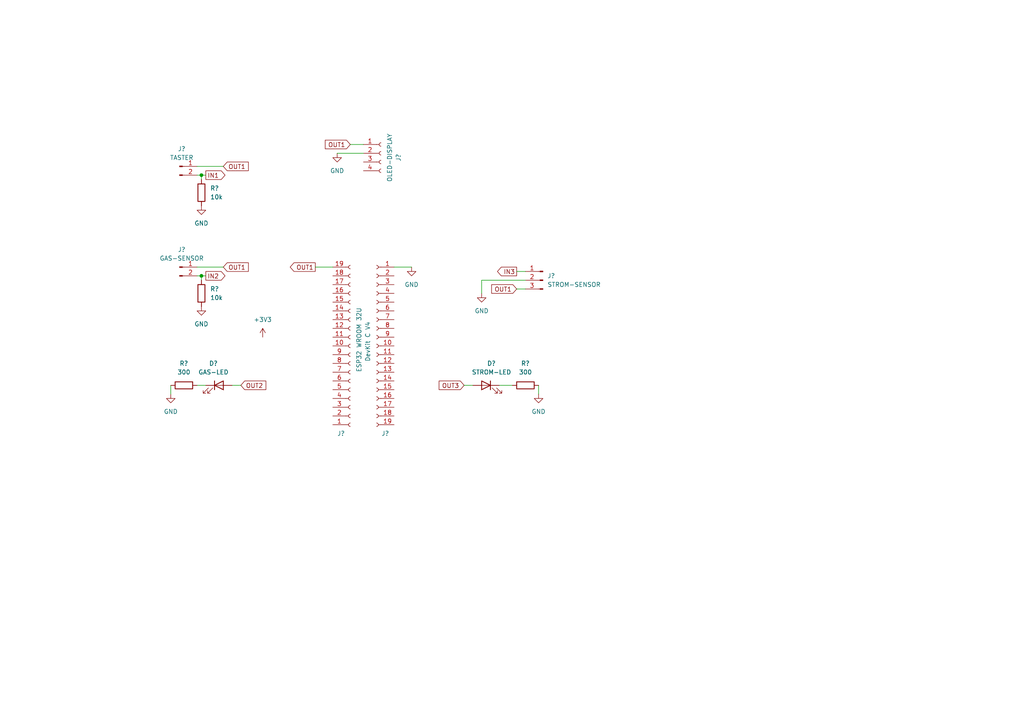
<source format=kicad_sch>
(kicad_sch (version 20211123) (generator eeschema)
  (paper "A4")
  (title_block (title "Smart-Home-Agent Mainboard") (date "2022-12-16") (rev "1.0") (company "salex.org"))
  (lib_symbols
    (symbol "Connector:Conn_01x02_Male" (pin_names (offset 1.016) hide)
      (property "Reference" "J" (at 0 2.54 0))
      (property "Value" "Conn_01x02_Male" (at 0 -5.08 0))
      (symbol "Conn_01x02_Male_1_1"
        (polyline (pts (xy 1.27 -2.54) (xy 0.8636 -2.54)) (stroke (width 0.1524)))
        (polyline (pts (xy 1.27 0) (xy 0.8636 0)) (stroke (width 0.1524)))
        (rectangle (start 0.8636 -2.413) (end 0 -2.667) (stroke (width 0.1524)) (fill (type outline)))
        (rectangle (start 0.8636 0.127) (end 0 -0.127) (stroke (width 0.1524)) (fill (type outline)))
        (pin passive line (at 5.08 0 180) (length 3.81) (name "Pin_1") (number "1"))
        (pin passive line (at 5.08 -2.54 180) (length 3.81) (name "Pin_2") (number "2"))
      )
    )
    (symbol "Connector:Conn_01x03_Male" (pin_names (offset 1.016) hide)
      (property "Reference" "J" (at 0 5.08 0))
      (property "Value" "Conn_01x03_Male" (at 0 -5.08 0))
      (symbol "Conn_01x03_Male_1_1"
        (polyline (pts (xy 1.27 -2.54) (xy 0.8636 -2.54)) (stroke (width 0.1524)))
        (polyline (pts (xy 1.27 0) (xy 0.8636 0)) (stroke (width 0.1524)))
        (polyline (pts (xy 1.27 2.54) (xy 0.8636 2.54)) (stroke (width 0.1524)))
        (rectangle (start 0.8636 -2.413) (end 0 -2.667) (stroke (width 0.1524)) (fill (type outline)))
        (rectangle (start 0.8636 0.127) (end 0 -0.127) (stroke (width 0.1524)) (fill (type outline)))
        (rectangle (start 0.8636 2.667) (end 0 2.413) (stroke (width 0.1524)) (fill (type outline)))
        (pin passive line (at 5.08 2.54 180) (length 3.81) (name "Pin_1") (number "1"))
        (pin passive line (at 5.08 0 180) (length 3.81) (name "Pin_2") (number "2"))
        (pin passive line (at 5.08 -2.54 180) (length 3.81) (name "Pin_3") (number "3"))
      )
    )
    (symbol "Connector:Conn_01x04_Female" (pin_names (offset 1.016) hide)
      (property "Reference" "J" (at 0 5.08 0))
      (property "Value" "Conn_01x04_Female" (at 0 -7.62 0))
      (symbol "Conn_01x04_Female_1_1"
        (arc (start 0 -4.572) (mid -0.508 -5.08) (end 0 -5.588) (stroke (width 0.1524)))
        (arc (start 0 -2.032) (mid -0.508 -2.54) (end 0 -3.048) (stroke (width 0.1524)))
        (polyline (pts (xy -1.27 -5.08) (xy -0.508 -5.08)) (stroke (width 0.1524)))
        (polyline (pts (xy -1.27 -2.54) (xy -0.508 -2.54)) (stroke (width 0.1524)))
        (polyline (pts (xy -1.27 0) (xy -0.508 0)) (stroke (width 0.1524)))
        (polyline (pts (xy -1.27 2.54) (xy -0.508 2.54)) (stroke (width 0.1524)))
        (arc (start 0 0.508) (mid -0.508 0) (end 0 -0.508) (stroke (width 0.1524)))
        (arc (start 0 3.048) (mid -0.508 2.54) (end 0 2.032) (stroke (width 0.1524)))
        (pin passive line (at -5.08 2.54 0) (length 3.81) (name "Pin_1") (number "1"))
        (pin passive line (at -5.08 0 0) (length 3.81) (name "Pin_2") (number "2"))
        (pin passive line (at -5.08 -2.54 0) (length 3.81) (name "Pin_3") (number "3"))
        (pin passive line (at -5.08 -5.08 0) (length 3.81) (name "Pin_4") (number "4"))
      )
    )
    (symbol "Connector:Conn_01x19_Female" (pin_names (offset 1.016) hide)
      (property "Reference" "J" (at 0 25.4 0))
      (property "Value" "Conn_01x19_Female" (at 0 -25.4 0))
      (symbol "Conn_01x19_Female_1_1"
        (arc (start 0 -22.352) (mid -0.508 -22.86) (end 0 -23.368) (stroke (width 0.1524)))
        (arc (start 0 -19.812) (mid -0.508 -20.32) (end 0 -20.828) (stroke (width 0.1524)))
        (arc (start 0 -17.272) (mid -0.508 -17.78) (end 0 -18.288) (stroke (width 0.1524)))
        (arc (start 0 -14.732) (mid -0.508 -15.24) (end 0 -15.748) (stroke (width 0.1524)))
        (arc (start 0 -12.192) (mid -0.508 -12.7) (end 0 -13.208) (stroke (width 0.1524)))
        (arc (start 0 -9.652) (mid -0.508 -10.16) (end 0 -10.668) (stroke (width 0.1524)))
        (arc (start 0 -7.112) (mid -0.508 -7.62) (end 0 -8.128) (stroke (width 0.1524)))
        (arc (start 0 -4.572) (mid -0.508 -5.08) (end 0 -5.588) (stroke (width 0.1524)))
        (arc (start 0 -2.032) (mid -0.508 -2.54) (end 0 -3.048) (stroke (width 0.1524)))
        (polyline (pts (xy -1.27 -22.86) (xy -0.508 -22.86)) (stroke (width 0.1524)))
        (polyline (pts (xy -1.27 -20.32) (xy -0.508 -20.32)) (stroke (width 0.1524)))
        (polyline (pts (xy -1.27 -17.78) (xy -0.508 -17.78)) (stroke (width 0.1524)))
        (polyline (pts (xy -1.27 -15.24) (xy -0.508 -15.24)) (stroke (width 0.1524)))
        (polyline (pts (xy -1.27 -12.7) (xy -0.508 -12.7)) (stroke (width 0.1524)))
        (polyline (pts (xy -1.27 -10.16) (xy -0.508 -10.16)) (stroke (width 0.1524)))
        (polyline (pts (xy -1.27 -7.62) (xy -0.508 -7.62)) (stroke (width 0.1524)))
        (polyline (pts (xy -1.27 -5.08) (xy -0.508 -5.08)) (stroke (width 0.1524)))
        (polyline (pts (xy -1.27 -2.54) (xy -0.508 -2.54)) (stroke (width 0.1524)))
        (polyline (pts (xy -1.27 0) (xy -0.508 0)) (stroke (width 0.1524)))
        (polyline (pts (xy -1.27 2.54) (xy -0.508 2.54)) (stroke (width 0.1524)))
        (polyline (pts (xy -1.27 5.08) (xy -0.508 5.08)) (stroke (width 0.1524)))
        (polyline (pts (xy -1.27 7.62) (xy -0.508 7.62)) (stroke (width 0.1524)))
        (polyline (pts (xy -1.27 10.16) (xy -0.508 10.16)) (stroke (width 0.1524)))
        (polyline (pts (xy -1.27 12.7) (xy -0.508 12.7)) (stroke (width 0.1524)))
        (polyline (pts (xy -1.27 15.24) (xy -0.508 15.24)) (stroke (width 0.1524)))
        (polyline (pts (xy -1.27 17.78) (xy -0.508 17.78)) (stroke (width 0.1524)))
        (polyline (pts (xy -1.27 20.32) (xy -0.508 20.32)) (stroke (width 0.1524)))
        (polyline (pts (xy -1.27 22.86) (xy -0.508 22.86)) (stroke (width 0.1524)))
        (arc (start 0 0.508) (mid -0.508 0) (end 0 -0.508) (stroke (width 0.1524)))
        (arc (start 0 3.048) (mid -0.508 2.54) (end 0 2.032) (stroke (width 0.1524)))
        (arc (start 0 5.588) (mid -0.508 5.08) (end 0 4.572) (stroke (width 0.1524)))
        (arc (start 0 8.128) (mid -0.508 7.62) (end 0 7.112) (stroke (width 0.1524)))
        (arc (start 0 10.668) (mid -0.508 10.16) (end 0 9.652) (stroke (width 0.1524)))
        (arc (start 0 13.208) (mid -0.508 12.7) (end 0 12.192) (stroke (width 0.1524)))
        (arc (start 0 15.748) (mid -0.508 15.24) (end 0 14.732) (stroke (width 0.1524)))
        (arc (start 0 18.288) (mid -0.508 17.78) (end 0 17.272) (stroke (width 0.1524)))
        (arc (start 0 20.828) (mid -0.508 20.32) (end 0 19.812) (stroke (width 0.1524)))
        (arc (start 0 23.368) (mid -0.508 22.86) (end 0 22.352) (stroke (width 0.1524)))
        (pin passive line (at -5.08 22.86 0) (length 3.81) (name "Pin_1") (number "1"))
        (pin passive line (at -5.08 0 0) (length 3.81) (name "Pin_10") (number "10"))
        (pin passive line (at -5.08 -2.54 0) (length 3.81) (name "Pin_11") (number "11"))
        (pin passive line (at -5.08 -5.08 0) (length 3.81) (name "Pin_12") (number "12"))
        (pin passive line (at -5.08 -7.62 0) (length 3.81) (name "Pin_13") (number "13"))
        (pin passive line (at -5.08 -10.16 0) (length 3.81) (name "Pin_14") (number "14"))
        (pin passive line (at -5.08 -12.7 0) (length 3.81) (name "Pin_15") (number "15"))
        (pin passive line (at -5.08 -15.24 0) (length 3.81) (name "Pin_16") (number "16"))
        (pin passive line (at -5.08 -17.78 0) (length 3.81) (name "Pin_17") (number "17"))
        (pin passive line (at -5.08 -20.32 0) (length 3.81) (name "Pin_18") (number "18"))
        (pin passive line (at -5.08 -22.86 0) (length 3.81) (name "Pin_19") (number "19"))
        (pin passive line (at -5.08 20.32 0) (length 3.81) (name "Pin_2") (number "2"))
        (pin passive line (at -5.08 17.78 0) (length 3.81) (name "Pin_3") (number "3"))
        (pin passive line (at -5.08 15.24 0) (length 3.81) (name "Pin_4") (number "4"))
        (pin passive line (at -5.08 12.7 0) (length 3.81) (name "Pin_5") (number "5"))
        (pin passive line (at -5.08 10.16 0) (length 3.81) (name "Pin_6") (number "6"))
        (pin passive line (at -5.08 7.62 0) (length 3.81) (name "Pin_7") (number "7"))
        (pin passive line (at -5.08 5.08 0) (length 3.81) (name "Pin_8") (number "8"))
        (pin passive line (at -5.08 2.54 0) (length 3.81) (name "Pin_9") (number "9"))
      )
    )
    (symbol "Device:LED" (pin_numbers hide) (pin_names (offset 1.016) hide)
      (property "Reference" "D" (at 0 2.54 0))
      (property "Value" "LED" (at 0 -2.54 0))
      (symbol "LED_0_1"
        (polyline (pts (xy -1.27 -1.27) (xy -1.27 1.27)) (stroke (width 0.254)))
        (polyline (pts (xy -1.27 0) (xy 1.27 0)))
        (polyline (pts (xy 1.27 -1.27) (xy 1.27 1.27) (xy -1.27 0) (xy 1.27 -1.27)) (stroke (width 0.254)))
        (polyline (pts (xy -3.048 -0.762) (xy -4.572 -2.286) (xy -3.81 -2.286) (xy -4.572 -2.286) (xy -4.572 -1.524)))
        (polyline (pts (xy -1.778 -0.762) (xy -3.302 -2.286) (xy -2.54 -2.286) (xy -3.302 -2.286) (xy -3.302 -1.524)))
      )
      (symbol "LED_1_1"
        (pin passive line (at -3.81 0 0) (length 2.54) (name "K") (number "1"))
        (pin passive line (at 3.81 0 180) (length 2.54) (name "A") (number "2"))
      )
    )
    (symbol "Device:R" (pin_numbers hide) (pin_names (offset 0))
      (property "Reference" "R" (at 2.032 0 90))
      (property "Value" "R" (at 0 0 90))
      (symbol "R_0_1"
        (rectangle (start -1.016 -2.54) (end 1.016 2.54) (stroke (width 0.254)))
      )
      (symbol "R_1_1"
        (pin passive line (at 0 3.81 270) (length 1.27) (name "~") (number "1"))
        (pin passive line (at 0 -3.81 90) (length 1.27) (name "~") (number "2"))
      )
    )
    (symbol "LED_1" (pin_numbers hide) (pin_names (offset 1.016) hide)
      (property "Reference" "D" (at 0 2.54 0))
      (property "Value" "LED_1" (at 0 -2.54 0))
      (symbol "LED_1_0_1"
        (polyline (pts (xy -1.27 -1.27) (xy -1.27 1.27)) (stroke (width 0.254)))
        (polyline (pts (xy -1.27 0) (xy 1.27 0)))
        (polyline (pts (xy 1.27 -1.27) (xy 1.27 1.27) (xy -1.27 0) (xy 1.27 -1.27)) (stroke (width 0.254)))
        (polyline (pts (xy -3.048 -0.762) (xy -4.572 -2.286) (xy -3.81 -2.286) (xy -4.572 -2.286) (xy -4.572 -1.524)))
        (polyline (pts (xy -1.778 -0.762) (xy -3.302 -2.286) (xy -2.54 -2.286) (xy -3.302 -2.286) (xy -3.302 -1.524)))
      )
      (symbol "LED_1_1_1"
        (pin passive line (at -3.81 0 0) (length 2.54) (name "K") (number "1"))
        (pin passive line (at 3.81 0 180) (length 2.54) (name "A") (number "2"))
      )
    )
    (symbol "power:+3V3" (power) (pin_names (offset 0))
      (property "Value" "+3V3" (at 0 3.556 0))
      (symbol "+3V3_0_1"
        (polyline (pts (xy -0.762 1.27) (xy 0 2.54)))
        (polyline (pts (xy 0 0) (xy 0 2.54)))
        (polyline (pts (xy 0 2.54) (xy 0.762 1.27)))
      )
      (symbol "+3V3_1_1"
        (pin power_in line (at 0 0 90) (length 0) hide (name "+3V3") (number "1"))
      )
    )
    (symbol "power:GND" (power) (pin_names (offset 0))
      (property "Value" "GND" (at 0 -3.81 0))
      (symbol "GND_0_1"
        (polyline (pts (xy 0 0) (xy 0 -1.27) (xy 1.27 -1.27) (xy 0 -2.54) (xy -1.27 -1.27) (xy 0 -1.27)))
      )
      (symbol "GND_1_1"
        (pin power_in line (at 0 0 270) (length 0) hide (name "GND") (number "1"))
      )
    )
  )
  (junction (at 58.42 50.8))
  (junction (at 58.42 80.01))
  (wire (pts (xy 67.31 111.76) (xy 69.85 111.76)))
  (wire (pts (xy 152.4 81.28) (xy 139.7 81.28)))
  (wire (pts (xy 57.15 77.47) (xy 64.77 77.47)))
  (wire (pts (xy 58.42 80.01) (xy 58.42 81.28)))
  (wire (pts (xy 58.42 50.8) (xy 59.69 50.8)))
  (wire (pts (xy 101.6 41.91) (xy 105.41 41.91)))
  (wire (pts (xy 57.15 111.76) (xy 59.69 111.76)))
  (wire (pts (xy 156.21 111.76) (xy 156.21 114.3)))
  (wire (pts (xy 57.15 80.01) (xy 58.42 80.01)))
  (wire (pts (xy 57.15 50.8) (xy 58.42 50.8)))
  (wire (pts (xy 58.42 50.8) (xy 58.42 52.07)))
  (wire (pts (xy 91.44 77.47) (xy 96.52 77.47)))
  (wire (pts (xy 149.86 83.82) (xy 152.4 83.82)))
  (wire (pts (xy 58.42 80.01) (xy 59.69 80.01)))
  (wire (pts (xy 149.86 78.74) (xy 152.4 78.74)))
  (wire (pts (xy 97.79 44.45) (xy 105.41 44.45)))
  (wire (pts (xy 144.78 111.76) (xy 148.59 111.76)))
  (wire (pts (xy 114.3 77.47) (xy 119.38 77.47)))
  (wire (pts (xy 49.53 111.76) (xy 49.53 114.3)))
  (wire (pts (xy 57.15 48.26) (xy 64.77 48.26)))
  (wire (pts (xy 139.7 81.28) (xy 139.7 85.09)))
  (wire (pts (xy 134.62 111.76) (xy 137.16 111.76)))
  (global_label "OUT2" (shape input) (at 69.85 111.76 0) (property "Intersheet References" "${INTERSHEET_REFS}" (effects hide)))
  (global_label "IN2" (shape output) (at 59.69 80.01 0) (property "Intersheet References" "${INTERSHEET_REFS}" (effects hide)))
  (global_label "OUT1" (shape input) (at 64.77 77.47 0) (property "Intersheet References" "${INTERSHEET_REFS}" (effects hide)))
  (global_label "IN3" (shape output) (at 149.86 78.74 180) (property "Intersheet References" "${INTERSHEET_REFS}" (effects hide)))
  (global_label "IN1" (shape output) (at 59.69 50.8 0) (property "Intersheet References" "${INTERSHEET_REFS}" (effects hide)))
  (global_label "OUT1" (shape input) (at 101.6 41.91 180) (property "Intersheet References" "${INTERSHEET_REFS}" (effects hide)))
  (global_label "OUT1" (shape input) (at 64.77 48.26 0) (property "Intersheet References" "${INTERSHEET_REFS}" (effects hide)))
  (global_label "OUT3" (shape input) (at 134.62 111.76 180) (property "Intersheet References" "${INTERSHEET_REFS}" (effects hide)))
  (global_label "OUT1" (shape input) (at 149.86 83.82 180) (property "Intersheet References" "${INTERSHEET_REFS}" (effects hide)))
  (global_label "OUT1" (shape output) (at 91.44 77.47 180) (property "Intersheet References" "${INTERSHEET_REFS}" (effects hide)))
  (symbol (lib_id "Connector:Conn_01x19_Female") (at 101.6 100.33 0) (mirror x) (unit 1)
    (property "Reference" "J?" (at 97.79 125.73 0) (effects (justify left)))
    (property "Value" "ESP32 WROOM 32U" (at 104.14 107.95 90) (effects (justify right)))
  )
  (symbol (lib_id "power:+3V3") (at 76.2 97.79 0) (unit 1)
    (property "Reference" "#PWR?" (effects hide))
    (property "Value" "+3V3" (at 76.2 92.71 0))
  )
  (symbol (lib_id "Device:R") (at 58.42 55.88 0) (unit 1)
    (property "Reference" "R?" (at 60.96 54.6099 0) (effects (justify left)))
    (property "Value" "10k" (at 60.96 57.1499 0) (effects (justify left)))
  )
  (symbol (lib_id "power:GND") (at 49.53 114.3 0) (unit 1)
    (property "Reference" "#PWR?" (effects hide))
    (property "Value" "GND" (at 49.53 119.38 0))
  )
  (symbol (lib_id "power:GND") (at 139.7 85.09 0) (unit 1)
    (property "Reference" "#PWR?" (effects hide))
    (property "Value" "GND" (at 139.7 90.17 0))
  )
  (symbol (lib_id "Connector:Conn_01x04_Female") (at 110.49 44.45 0) (unit 1)
    (property "Reference" "J?" (at 115.57 45.72 90))
    (property "Value" "OLED-DISPLAY" (at 113.03 45.72 90))
  )
  (symbol (lib_id "Device:R") (at 53.34 111.76 90) (unit 1)
    (property "Reference" "R?" (at 53.34 105.41 90))
    (property "Value" "300" (at 53.34 107.95 90))
  )
  (symbol (lib_id "Connector:Conn_01x02_Male") (at 52.07 48.26 0) (unit 1)
    (property "Reference" "J?" (at 52.705 43.18 0))
    (property "Value" "TASTER" (at 52.705 45.72 0))
  )
  (symbol (lib_id "Device:LED") (at 63.5 111.76 0) (unit 1)
    (property "Reference" "D?" (at 61.9125 105.41 0))
    (property "Value" "GAS-LED" (at 61.9125 107.95 0))
  )
  (symbol (lib_id "Connector:Conn_01x19_Female") (at 109.22 100.33 0) (mirror y) (unit 1)
    (property "Reference" "J?" (at 111.76 125.73 0))
    (property "Value" "DevKit C V4" (at 106.68 99.06 90))
  )
  (symbol (lib_id "power:GND") (at 58.42 59.69 0) (unit 1)
    (property "Reference" "#PWR?" (effects hide))
    (property "Value" "GND" (at 58.42 64.77 0))
  )
  (symbol (lib_name "LED_1") (lib_id "Device:LED") (at 140.97 111.76 0) (mirror y) (unit 1)
    (property "Reference" "D?" (at 142.5575 105.41 0))
    (property "Value" "STROM-LED" (at 142.5575 107.95 0))
  )
  (symbol (lib_id "power:GND") (at 58.42 88.9 0) (unit 1)
    (property "Reference" "#PWR?" (effects hide))
    (property "Value" "GND" (at 58.42 93.98 0))
  )
  (symbol (lib_id "Connector:Conn_01x02_Male") (at 52.07 77.47 0) (unit 1)
    (property "Reference" "J?" (at 52.705 72.39 0))
    (property "Value" "GAS-SENSOR" (at 52.705 74.93 0))
  )
  (symbol (lib_id "Device:R") (at 152.4 111.76 90) (unit 1)
    (property "Reference" "R?" (at 152.4 105.41 90))
    (property "Value" "300" (at 152.4 107.95 90))
  )
  (symbol (lib_id "power:GND") (at 119.38 77.47 0) (unit 1)
    (property "Reference" "#PWR?" (effects hide))
    (property "Value" "GND" (at 119.38 82.55 0))
  )
  (symbol (lib_id "power:GND") (at 97.79 44.45 0) (unit 1)
    (property "Reference" "#PWR?" (effects hide))
    (property "Value" "GND" (at 97.79 49.53 0))
  )
  (symbol (lib_id "power:GND") (at 156.21 114.3 0) (unit 1)
    (property "Reference" "#PWR?" (effects hide))
    (property "Value" "GND" (at 156.21 119.38 0))
  )
  (symbol (lib_id "Connector:Conn_01x03_Male") (at 157.48 81.28 0) (mirror y) (unit 1)
    (property "Reference" "J?" (at 158.75 80.0099 0) (effects (justify right)))
    (property "Value" "STROM-SENSOR" (at 158.75 82.5499 0) (effects (justify right)))
  )
  (symbol (lib_id "Device:R") (at 58.42 85.09 0) (unit 1)
    (property "Reference" "R?" (at 60.96 83.8199 0) (effects (justify left)))
    (property "Value" "10k" (at 60.96 86.3599 0) (effects (justify left)))
  )
)
</source>
